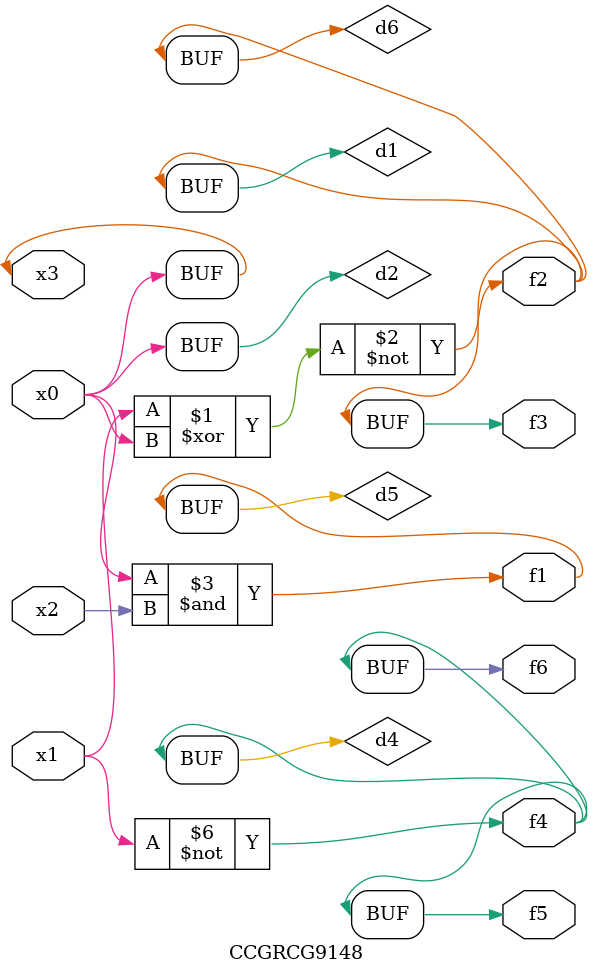
<source format=v>
module CCGRCG9148(
	input x0, x1, x2, x3,
	output f1, f2, f3, f4, f5, f6
);

	wire d1, d2, d3, d4, d5, d6;

	xnor (d1, x1, x3);
	buf (d2, x0, x3);
	nand (d3, x0, x2);
	not (d4, x1);
	nand (d5, d3);
	or (d6, d1);
	assign f1 = d5;
	assign f2 = d6;
	assign f3 = d6;
	assign f4 = d4;
	assign f5 = d4;
	assign f6 = d4;
endmodule

</source>
